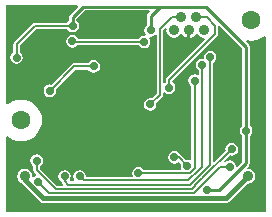
<source format=gbl>
G04 Layer_Physical_Order=2*
G04 Layer_Color=16711680*
%FSAX24Y24*%
%MOIN*%
G70*
G01*
G75*
%ADD26C,0.0070*%
%ADD27C,0.0100*%
%ADD28C,0.0300*%
%ADD29C,0.0150*%
%ADD30C,0.0354*%
%ADD31C,0.0276*%
%ADD32C,0.0630*%
%ADD33C,0.0157*%
G36*
X014296Y018749D02*
X014033Y018487D01*
X014007Y018447D01*
X013998Y018400D01*
Y018278D01*
X013970Y018260D01*
X013942Y018217D01*
X012850D01*
X012809Y018209D01*
X012774Y018186D01*
X012174Y017586D01*
X012151Y017551D01*
X012143Y017510D01*
Y017232D01*
X012100Y017203D01*
X012054Y017134D01*
X012038Y017053D01*
X012054Y016972D01*
X012100Y016903D01*
X012169Y016857D01*
X012250Y016841D01*
X012331Y016857D01*
X012400Y016903D01*
X012446Y016972D01*
X012462Y017053D01*
X012446Y017134D01*
X012400Y017203D01*
X012357Y017232D01*
Y017466D01*
X012894Y018003D01*
X013942D01*
X013970Y017960D01*
X014039Y017914D01*
X014120Y017898D01*
X014201Y017914D01*
X014270Y017960D01*
X014316Y018029D01*
X014332Y018110D01*
X014316Y018191D01*
X014270Y018260D01*
X014242Y018278D01*
Y018349D01*
X014518Y018625D01*
X016669D01*
X016688Y018579D01*
X016633Y018524D01*
X016607Y018484D01*
X016598Y018437D01*
Y018128D01*
X016570Y018110D01*
X016524Y018041D01*
X016508Y017960D01*
X016524Y017879D01*
X016556Y017832D01*
X016526Y017787D01*
X016500Y017792D01*
X016419Y017776D01*
X016350Y017730D01*
X016322Y017687D01*
X014302D01*
X014260Y017750D01*
X014191Y017796D01*
X014110Y017812D01*
X014029Y017796D01*
X013960Y017750D01*
X013914Y017681D01*
X013898Y017600D01*
X013914Y017519D01*
X013960Y017450D01*
X014029Y017404D01*
X014110Y017388D01*
X014191Y017404D01*
X014260Y017450D01*
X014275Y017473D01*
X016322D01*
X016350Y017430D01*
X016419Y017384D01*
X016500Y017368D01*
X016581Y017384D01*
X016650Y017430D01*
X016696Y017499D01*
X016712Y017580D01*
X016696Y017661D01*
X016664Y017708D01*
X016694Y017753D01*
X016720Y017748D01*
X016801Y017764D01*
X016870Y017810D01*
X016873Y017815D01*
X016923Y017800D01*
Y015864D01*
X016750Y015692D01*
X016700Y015702D01*
X016619Y015686D01*
X016550Y015640D01*
X016504Y015571D01*
X016488Y015490D01*
X016504Y015409D01*
X016550Y015340D01*
X016619Y015294D01*
X016700Y015278D01*
X016781Y015294D01*
X016850Y015340D01*
X016896Y015409D01*
X016912Y015490D01*
X016902Y015540D01*
X017106Y015744D01*
X017106Y015744D01*
X017129Y015779D01*
X017137Y015820D01*
Y015882D01*
X017187Y015896D01*
X017249Y015854D01*
X017330Y015838D01*
X017411Y015854D01*
X017480Y015900D01*
X017526Y015969D01*
X017542Y016050D01*
X017526Y016131D01*
X017480Y016200D01*
X017437Y016228D01*
Y016276D01*
X018936Y017774D01*
X018959Y017809D01*
X018967Y017850D01*
X018967Y017850D01*
Y018099D01*
X019017Y018120D01*
X019778Y017359D01*
Y014788D01*
X019750Y014770D01*
X019704Y014701D01*
X019688Y014620D01*
X019704Y014539D01*
X019750Y014470D01*
X019778Y014452D01*
Y013581D01*
X019609Y013412D01*
X019558Y013431D01*
X019546Y013491D01*
X019500Y013560D01*
X019431Y013606D01*
X019350Y013622D01*
X019269Y013606D01*
X019205Y013563D01*
X019174Y013602D01*
X019370Y013798D01*
X019420Y013788D01*
X019501Y013804D01*
X019570Y013850D01*
X019616Y013919D01*
X019632Y014000D01*
X019616Y014081D01*
X019570Y014150D01*
X019501Y014196D01*
X019420Y014212D01*
X019339Y014196D01*
X019270Y014150D01*
X019224Y014081D01*
X019208Y014000D01*
X019218Y013950D01*
X018843Y013575D01*
X018797Y013594D01*
Y016885D01*
X018850Y016920D01*
X018896Y016989D01*
X018912Y017070D01*
X018896Y017151D01*
X018850Y017220D01*
X018781Y017266D01*
X018700Y017282D01*
X018619Y017266D01*
X018550Y017220D01*
X018504Y017151D01*
X018488Y017070D01*
X018491Y017054D01*
X018456Y017019D01*
X018440Y017022D01*
X018359Y017006D01*
X018290Y016960D01*
X018244Y016891D01*
X018228Y016810D01*
X018244Y016729D01*
X018290Y016660D01*
X018333Y016632D01*
Y016487D01*
X018289Y016464D01*
X018271Y016476D01*
X018190Y016492D01*
X018109Y016476D01*
X018040Y016430D01*
X017994Y016361D01*
X017978Y016280D01*
X017994Y016199D01*
X018040Y016130D01*
X018073Y016108D01*
Y013657D01*
X018029Y013634D01*
X018011Y013646D01*
X017930Y013662D01*
X017880Y013652D01*
X017726Y013806D01*
X017696Y013825D01*
X017660Y013880D01*
X017591Y013926D01*
X017510Y013942D01*
X017429Y013926D01*
X017360Y013880D01*
X017314Y013811D01*
X017298Y013730D01*
X017314Y013649D01*
X017360Y013580D01*
X017429Y013534D01*
X017510Y013518D01*
X017591Y013534D01*
X017653Y013576D01*
X017728Y013500D01*
X017718Y013450D01*
X017734Y013369D01*
X017746Y013351D01*
X017723Y013307D01*
X016488D01*
X016460Y013350D01*
X016391Y013396D01*
X016310Y013412D01*
X016229Y013396D01*
X016160Y013350D01*
X016114Y013281D01*
X016098Y013200D01*
X016114Y013119D01*
X016122Y013108D01*
X016098Y013063D01*
X014584D01*
X014562Y013090D01*
X014546Y013171D01*
X014500Y013240D01*
X014431Y013286D01*
X014353Y013301D01*
X014347D01*
X014269Y013286D01*
X014200Y013240D01*
X014154Y013171D01*
X014138Y013090D01*
X014154Y013009D01*
X014178Y012973D01*
X014151Y012923D01*
X014049D01*
X014022Y012973D01*
X014046Y013009D01*
X014062Y013090D01*
X014046Y013171D01*
X014000Y013240D01*
X013931Y013286D01*
X013853Y013301D01*
X013847D01*
X013769Y013286D01*
X013700Y013240D01*
X013654Y013171D01*
X013638Y013090D01*
X013654Y013009D01*
X013700Y012940D01*
X013747Y012909D01*
X013751Y012889D01*
X013774Y012854D01*
X013799Y012830D01*
X013780Y012783D01*
X013591D01*
X013027Y013348D01*
Y013442D01*
X013070Y013470D01*
X013116Y013539D01*
X013132Y013620D01*
X013116Y013701D01*
X013070Y013770D01*
X013001Y013816D01*
X012920Y013832D01*
X012839Y013816D01*
X012770Y013770D01*
X012724Y013701D01*
X012708Y013620D01*
X012724Y013539D01*
X012770Y013470D01*
X012813Y013442D01*
Y013303D01*
X012821Y013262D01*
X012844Y013228D01*
X012906Y013166D01*
X012891Y013118D01*
X012879Y013116D01*
X012820Y013077D01*
X012793Y013084D01*
X012785Y013088D01*
X012770Y013099D01*
X012753Y013186D01*
X012698Y013268D01*
X012616Y013323D01*
X012520Y013342D01*
X012424Y013323D01*
X012342Y013268D01*
X012287Y013186D01*
X012268Y013090D01*
X012287Y012994D01*
X012342Y012912D01*
X012407Y012868D01*
X012415Y012856D01*
X013019Y012252D01*
X013067Y012220D01*
X013124Y012209D01*
X019216D01*
X019273Y012220D01*
X019321Y012252D01*
X019914Y012845D01*
X019950Y012838D01*
X020046Y012857D01*
X020128Y012912D01*
X020183Y012994D01*
X020202Y013090D01*
X020183Y013186D01*
X020128Y013268D01*
X020046Y013323D01*
X019955Y013341D01*
X019928Y013385D01*
X019987Y013443D01*
X020013Y013483D01*
X020022Y013530D01*
Y014452D01*
X020050Y014470D01*
X020096Y014539D01*
X020112Y014620D01*
X020096Y014701D01*
X020050Y014770D01*
X020022Y014788D01*
Y017410D01*
X020013Y017457D01*
X019987Y017497D01*
X019892Y017591D01*
X019918Y017634D01*
X019943Y017626D01*
X020079Y017613D01*
X020214Y017626D01*
X020344Y017666D01*
X020464Y017730D01*
X020522Y017777D01*
X020567Y017755D01*
Y011913D01*
X011913D01*
Y014409D01*
X011959Y014430D01*
X012016Y014383D01*
X012136Y014319D01*
X012266Y014280D01*
X012402Y014266D01*
X012537Y014280D01*
X012667Y014319D01*
X012787Y014383D01*
X012893Y014470D01*
X012979Y014575D01*
X013043Y014695D01*
X013083Y014825D01*
X013096Y014961D01*
X013083Y015096D01*
X013043Y015226D01*
X012979Y015346D01*
X012893Y015452D01*
X012787Y015538D01*
X012667Y015602D01*
X012537Y015642D01*
X012402Y015655D01*
X012266Y015642D01*
X012136Y015602D01*
X012016Y015538D01*
X011959Y015491D01*
X011913Y015512D01*
Y018795D01*
X014277D01*
X014296Y018749D01*
D02*
G37*
G36*
X017248Y018016D02*
X017238Y017967D01*
X017257Y017870D01*
X017312Y017789D01*
X017394Y017734D01*
X017490Y017715D01*
X017586Y017734D01*
X017668Y017789D01*
X017694Y017827D01*
X017733Y017827D01*
X017751Y017823D01*
X017792Y017769D01*
X017850Y017725D01*
X017918Y017697D01*
X017940Y017694D01*
Y017967D01*
X018040D01*
Y017694D01*
X018062Y017697D01*
X018130Y017725D01*
X018188Y017769D01*
X018229Y017823D01*
X018247Y017827D01*
X018286Y017827D01*
X018312Y017789D01*
X018394Y017734D01*
X018490Y017715D01*
X018506Y017718D01*
X018531Y017672D01*
X017254Y016396D01*
X017231Y016361D01*
X017223Y016320D01*
Y016235D01*
X017182Y016206D01*
X017137Y016218D01*
Y017976D01*
X017202Y018040D01*
X017248Y018016D01*
D02*
G37*
%LPC*%
G36*
X014820Y016972D02*
X014739Y016956D01*
X014670Y016910D01*
X014642Y016867D01*
X014170D01*
X014129Y016859D01*
X014094Y016836D01*
X013410Y016152D01*
X013360Y016162D01*
X013279Y016146D01*
X013210Y016100D01*
X013164Y016031D01*
X013148Y015950D01*
X013164Y015869D01*
X013210Y015800D01*
X013279Y015754D01*
X013360Y015738D01*
X013441Y015754D01*
X013510Y015800D01*
X013556Y015869D01*
X013572Y015950D01*
X013562Y016000D01*
X014214Y016653D01*
X014642D01*
X014670Y016610D01*
X014739Y016564D01*
X014820Y016548D01*
X014901Y016564D01*
X014970Y016610D01*
X015016Y016679D01*
X015032Y016760D01*
X015016Y016841D01*
X014970Y016910D01*
X014901Y016956D01*
X014820Y016972D01*
D02*
G37*
%LPD*%
D26*
X018690Y013468D02*
Y017070D01*
X018215Y016255D02*
X018240Y016280D01*
X018180Y013357D02*
Y016270D01*
X018023Y013200D02*
X018180Y013357D01*
X016310Y013200D02*
X018023D01*
X017978Y012956D02*
X018324Y013303D01*
X014484Y012956D02*
X017978D01*
X018324Y013303D02*
X018327D01*
X018383Y013163D02*
X018385D01*
X018067Y012847D02*
X018383Y013163D01*
X018067Y012845D02*
Y012847D01*
X018441Y013023D02*
X018443D01*
X018207Y012789D02*
X018441Y013023D01*
X018207Y012787D02*
Y012789D01*
X018499Y012883D02*
X018501D01*
X018347Y012731D02*
X018499Y012883D01*
X018347Y012729D02*
Y012731D01*
X018443Y013023D02*
X019420Y014000D01*
X018327Y013303D02*
X018440Y013416D01*
X018385Y013163D02*
X018690Y013468D01*
X018038Y012816D02*
X018067Y012845D01*
X018096Y012676D02*
X018207Y012787D01*
X018501Y012883D02*
X019028Y013410D01*
X018154Y012536D02*
X018347Y012729D01*
X017650Y013730D02*
X017930Y013450D01*
X017510Y013730D02*
X017650D01*
X013964Y012816D02*
X018038D01*
X013547Y012676D02*
X018096D01*
X013344Y012536D02*
X018154D01*
X012850Y018110D02*
X014120D01*
X012250Y017510D02*
X012850Y018110D01*
X012250Y017053D02*
Y017510D01*
X018860Y017850D02*
Y018120D01*
X017330Y016320D02*
X018860Y017850D01*
X017330Y016050D02*
Y016320D01*
X018580Y018400D02*
X018860Y018120D01*
X018240Y018400D02*
X018580D01*
X018180Y016270D02*
X018190Y016280D01*
X018440Y013416D02*
Y016810D01*
X017720Y018420D02*
X017740Y018400D01*
X017430Y018420D02*
X017720D01*
X017030Y018020D02*
X017430Y018420D01*
X017030Y015820D02*
Y018020D01*
X016700Y015490D02*
X017030Y015820D01*
X014110Y017600D02*
X014130Y017580D01*
X016500D01*
X019028Y013410D02*
X019350D01*
X014170Y016760D02*
X014820D01*
X013360Y015950D02*
X014170Y016760D01*
X013850Y012930D02*
X013964Y012816D01*
X012920Y013303D02*
X013547Y012676D01*
X012960Y012920D02*
X013344Y012536D01*
X012920Y013303D02*
Y013620D01*
X014350Y013090D02*
X014484Y012956D01*
X013850Y012930D02*
Y013090D01*
D27*
X018600Y012640D02*
X019010D01*
X019900Y013530D01*
X017030Y018747D02*
X018563D01*
X014467D02*
X017030D01*
X016720Y018437D02*
X017030Y018747D01*
X016720Y017960D02*
Y018437D01*
X019900Y014620D02*
Y017410D01*
X018563Y018747D02*
X019900Y017410D01*
X014120Y018400D02*
X014467Y018747D01*
X014120Y018110D02*
Y018400D01*
X019900Y013530D02*
Y014620D01*
D28*
X013001Y012061D02*
X019421D01*
X019950Y012590D01*
X012473D02*
X013001Y012061D01*
X012430Y012590D02*
X012473D01*
D29*
X013124Y012356D02*
X019216D01*
X019950Y013090D01*
X012520Y012960D02*
X013124Y012356D01*
X012520Y012960D02*
Y013090D01*
D30*
X018240Y018400D02*
D03*
X017740D02*
D03*
X018490Y017967D02*
D03*
X017990D02*
D03*
X017490D02*
D03*
X015100Y015810D02*
D03*
Y016210D02*
D03*
X019950Y013090D02*
D03*
X012090Y012590D02*
D03*
X012430D02*
D03*
X012520Y013090D02*
D03*
X019950Y012590D02*
D03*
D31*
X018600Y012640D02*
D03*
X017930Y013450D02*
D03*
X017510Y013730D02*
D03*
X016720Y017960D02*
D03*
X013820Y018620D02*
D03*
X012250Y017053D02*
D03*
X017880Y016520D02*
D03*
X015430Y018430D02*
D03*
X019900Y014620D02*
D03*
X017330Y016050D02*
D03*
X018190Y016280D02*
D03*
X018440Y016810D02*
D03*
X018700Y017070D02*
D03*
X017570Y014120D02*
D03*
X016700Y015490D02*
D03*
X016500Y017580D02*
D03*
X014110Y017600D02*
D03*
X013360Y015950D02*
D03*
X014820Y016760D02*
D03*
X014120Y018110D02*
D03*
X019420Y014000D02*
D03*
X019350Y013410D02*
D03*
X016310Y013200D02*
D03*
X012960Y012920D02*
D03*
X014350Y013090D02*
D03*
X012920Y013620D02*
D03*
X013850Y013090D02*
D03*
D32*
X020079Y018307D02*
D03*
X012402Y014961D02*
D03*
D33*
X014612Y014138D02*
D03*
X013588D02*
D03*
X014100D02*
D03*
X014612Y013626D02*
D03*
X014100D02*
D03*
X013588D02*
D03*
M02*

</source>
